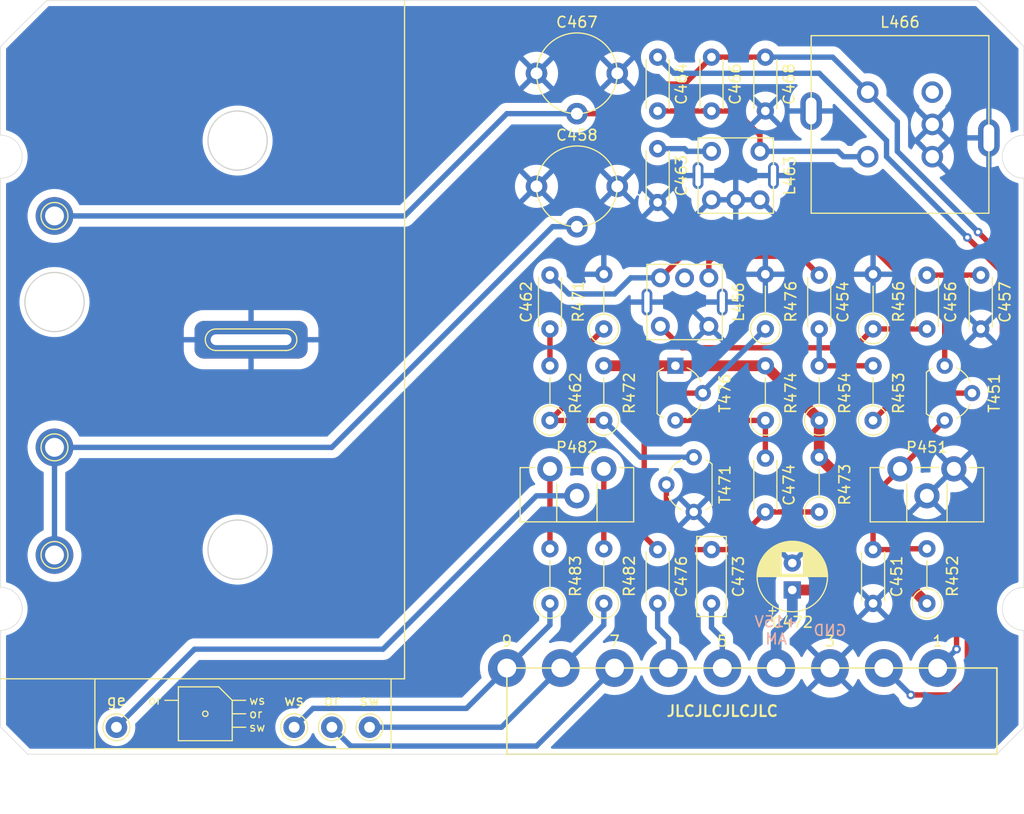
<source format=kicad_pcb>
(kicad_pcb (version 20221018) (generator pcbnew)
  (layers (0 "F.Cu" signal) (31 "B.Cu" signal) (34 "B.Paste" user) (35 "F.Paste" user) (36 "B.SilkS" user "B.Silkscreen") (37 "F.SilkS" user "F.Silkscreen") (38 "B.Mask" user) (39 "F.Mask" user) (44 "Edge.Cuts" user))
  (net 0 "")
  (net 1 "P7")
  (net 2 "P8")
  (net 3 "P9")
  (net 4 "Net-(P482-Pad1)")
  (net 5 "Net-(P482-Pad3)")
  (net 6 "Net-(J4-Pin_1)")
  (net 7 "Net-(T471-C)")
  (net 8 "GND")
  (net 9 "Net-(T476-B)")
  (net 10 "Net-(T476-E)")
  (net 11 "Net-(T471-B)")
  (net 12 "Net-(C462-Pad1)")
  (net 13 "Net-(T451-B)")
  (net 14 "Net-(C454-Pad2)")
  (net 15 "Net-(T451-C)")
  (net 16 "Net-(T451-E)")
  (net 17 "Net-(C454-Pad1)")
  (net 18 "Net-(C456-Pad1)")
  (net 19 "Net-(C456-Pad2)")
  (net 20 "Net-(C463-Pad2)")
  (net 21 "Net-(C464-Pad1)")
  (net 22 "Net-(J6-Pin_1)")
  (net 23 "+15V-AM")
  (net 24 "P1")
  (net 25 "P5")
  (net 26 "P6")
  (net 27 "P2")
  (footprint "Library:Connector_01x09_5mm" (layer "F.Cu") (at 112.75 87)
    (fp_text reference "J1" hide)
    (fp_text value "Conn_01x09")
    (fp_text user "1" (at 0 -2.5) (layer "F.SilkS"))
    (fp_text user "7" (at -30 -2.5) (layer "F.SilkS"))
    (pad "1" thru_hole circle (at 0 0 180) (size 3.5 3.5) (drill 1.75) (layers "B.Cu" "B.Mask") (net 24 "P1"))
    (pad "2" thru_hole circle (at -5 0 180) (size 3.5 3.5) (drill 1.75) (layers "B.Cu" "B.Mask") (net 27 "P2"))
    (pad "3" thru_hole circle (at -10 0 180) (size 3.5 3.5) (drill 1.75) (layers "B.Cu" "B.Mask") (net 8 "GND"))
    (pad "4" thru_hole circle (at -15 0 180) (size 3.5 3.5) (drill 1.75) (layers "B.Cu" "B.Mask") (net 23 "+15V-AM"))
    (pad "5" thru_hole circle (at -20 0 180) (size 3.5 3.5) (drill 1.75) (layers "B.Cu" "B.Mask") (net 25 "P5"))
    (pad "6" thru_hole circle (at -25 0 180) (size 3.5 3.5) (drill 1.75) (layers "B.Cu" "B.Mask") (net 26 "P6"))
    (pad "7" thru_hole circle (at -30 0 180) (size 3.5 3.5) (drill 1.75) (layers "B.Cu" "B.Mask") (net 1 "P7"))
    (pad "8" thru_hole circle (at -35 0 180) (size 3.5 3.5) (drill 1.75) (layers "B.Cu" "B.Mask") (net 2 "P8"))
    (pad "9" thru_hole circle (at -40 0 180) (size 3.5 3.5) (drill 1.75) (layers "B.Cu" "B.Mask") (net 3 "P9"))
  )
  (footprint "Package_TO_SOT_THT:TO-92L_Wide" (layer "F.Cu") (at 90.1 72.5 90)
    (fp_text reference "T471" (at 2.55 2.9 90) (layer "F.SilkS"))
    (fp_text value "BF450")
    (pad "1" thru_hole circle (at 0 0 90) (size 1.5 1.5) (drill 0.8) (layers "*.Cu" "*.Mask") (net 8 "GND"))
    (pad "2" thru_hole circle (at 2.54 -2.54 90) (size 1.5 1.5) (drill 0.8) (layers "*.Cu" "*.Mask") (net 7 "Net-(T471-C)"))
    (pad "3" thru_hole circle (at 5.08 0 90) (size 1.5 1.5) (drill 0.8) (layers "*.Cu" "*.Mask") (net 11 "Net-(T471-B)"))
  )
  (footprint "Capacitor_THT:CP_Radial_D6.3mm_P2.50mm" (layer "F.Cu") (at 99.25 79.75 90)
    (fp_text reference "C472" (at -3 0 180) (layer "F.SilkS"))
    (fp_text value "100µ")
    (pad "1" thru_hole rect (at 0 0 90) (size 1.6 1.6) (drill 0.8) (layers "*.Cu" "*.Mask") (net 23 "+15V-AM"))
    (pad "2" thru_hole circle (at 2.5 0 90) (size 1.6 1.6) (drill 0.8) (layers "*.Cu" "*.Mask") (net 8 "GND"))
  )
  (footprint "Connector_Pin:Pin_D1.0mm_L10.0mm" (layer "F.Cu") (at 56.5 92.5)
    (fp_text reference "J5" hide)
    (fp_text value "Conn_01x01")
    (pad "1" thru_hole circle (at 0 0) (size 2 2) (drill 1) (layers "*.Cu" "*.Mask") (net 1 "P7"))
  )
  (footprint "Capacitor_THT:C_Disc_D4.3mm_W1.9mm_P5.00mm" (layer "F.Cu") (at 116.75 55.5 90)
    (fp_text reference "C457" (at 2.5 2.25 90) (layer "F.SilkS"))
    (fp_text value "??")
    (pad "1" thru_hole circle (at 0 0 90) (size 1.6 1.6) (drill 0.8) (layers "*.Cu" "*.Mask") (net 8 "GND"))
    (pad "2" thru_hole circle (at 5 0 90) (size 1.6 1.6) (drill 0.8) (layers "*.Cu" "*.Mask") (net 18 "Net-(C456-Pad1)"))
  )
  (footprint "Resistor_THT:R_Axial_DIN0207_L6.3mm_D2.5mm_P5.08mm_Vertical" (layer "F.Cu") (at 106.75 64 90)
    (fp_text reference "R453" (at 2.54 2.37 90) (layer "F.SilkS"))
    (fp_text value "??")
    (pad "1" thru_hole circle (at 0 0 90) (size 1.6 1.6) (drill 0.8) (layers "*.Cu" "*.Mask") (net 16 "Net-(T451-E)"))
    (pad "2" thru_hole oval (at 5.08 0 90) (size 1.6 1.6) (drill 0.8) (layers "*.Cu" "*.Mask") (net 14 "Net-(C454-Pad2)"))
  )
  (footprint "Capacitor_THT:C_Disc_D4.3mm_W1.9mm_P5.00mm" (layer "F.Cu") (at 86.75 35.25 90)
    (fp_text reference "C464" (at 2.5 2.2 90) (layer "F.SilkS"))
    (fp_text value "??")
    (pad "1" thru_hole circle (at 0 0 90) (size 1.6 1.6) (drill 0.8) (layers "*.Cu" "*.Mask") (net 21 "Net-(C464-Pad1)"))
    (pad "2" thru_hole circle (at 5 0 90) (size 1.6 1.6) (drill 0.8) (layers "*.Cu" "*.Mask") (net 24 "P1"))
  )
  (footprint "Package_TO_SOT_THT:TO-92L_Wide" (layer "F.Cu") (at 113.4 58.92 -90)
    (fp_text reference "T451" (at 2.55 -4.6 90) (layer "F.SilkS"))
    (fp_text value "BF540")
    (pad "1" thru_hole circle (at 0 0 270) (size 1.5 1.5) (drill 0.8) (layers "*.Cu" "*.Mask") (net 15 "Net-(T451-C)"))
    (pad "2" thru_hole circle (at 2.54 -2.54 270) (size 1.5 1.5) (drill 0.8) (layers "*.Cu" "*.Mask") (net 16 "Net-(T451-E)"))
    (pad "3" thru_hole circle (at 5.08 0 270) (size 1.5 1.5) (drill 0.8) (layers "*.Cu" "*.Mask") (net 13 "Net-(T451-B)"))
  )
  (footprint "Capacitor_THT:C_Disc_D4.3mm_W1.9mm_P5.00mm" (layer "F.Cu") (at 86.75 81 90)
    (fp_text reference "C476" (at 2.5 2.2 90) (layer "F.SilkS"))
    (fp_text value "??")
    (pad "1" thru_hole circle (at 0 0 90) (size 1.6 1.6) (drill 0.8) (layers "*.Cu" "*.Mask") (net 26 "P6"))
    (pad "2" thru_hole circle (at 5 0 90) (size 1.6 1.6) (drill 0.8) (layers "*.Cu" "*.Mask") (net 10 "Net-(T476-E)"))
  )
  (footprint "Resistor_THT:R_Axial_DIN0207_L6.3mm_D2.5mm_P5.08mm_Vertical" (layer "F.Cu") (at 101.75 72.5 90)
    (fp_text reference "R473" (at 2.54 2.37 90) (layer "F.SilkS"))
    (fp_text value "??")
    (pad "1" thru_hole circle (at 0 0 90) (size 1.6 1.6) (drill 0.8) (layers "*.Cu" "*.Mask") (net 7 "Net-(T471-C)"))
    (pad "2" thru_hole oval (at 5.08 0 90) (size 1.6 1.6) (drill 0.8) (layers "*.Cu" "*.Mask") (net 23 "+15V-AM"))
  )
  (footprint "Potentiometer_THT:Potentiometer_Piher_PT-10-H01_Horizontal" (layer "F.Cu") (at 114.25 68.5 -90)
    (fp_text reference "P451" (at -2 2.5 -180) (layer "F.SilkS"))
    (fp_text value "??")
    (pad "1" thru_hole circle (at 0 0 270) (size 2.34 2.34) (drill 1.3) (layers "*.Cu" "*.Mask") (net 8 "GND"))
    (pad "2" thru_hole circle (at 2.5 2.5 270) (size 2.34 2.34) (drill 1.3) (layers "*.Cu" "*.Mask") (net 8 "GND"))
    (pad "3" thru_hole circle (at 0 5 270) (size 2.34 2.34) (drill 1.3) (layers "*.Cu" "*.Mask") (net 13 "Net-(T451-B)"))
  )
  (footprint "Resistor_THT:R_Axial_DIN0207_L6.3mm_D2.5mm_P5.08mm_Vertical" (layer "F.Cu") (at 111.75 81 90)
    (fp_text reference "R452" (at 2.54 2.37 90) (layer "F.SilkS"))
    (fp_text value "??")
    (pad "1" thru_hole circle (at 0 0 90) (size 1.6 1.6) (drill 0.8) (layers "*.Cu" "*.Mask") (net 23 "+15V-AM"))
    (pad "2" thru_hole oval (at 5.08 0 90) (size 1.6 1.6) (drill 0.8) (layers "*.Cu" "*.Mask") (net 13 "Net-(T451-B)"))
  )
  (footprint "Capacitor_THT:C_Disc_D4.3mm_W1.9mm_P5.00mm" (layer "F.Cu") (at 96.75 67.5 -90)
    (fp_text reference "C474" (at 2.5 -2.2 90) (layer "F.SilkS"))
    (fp_text value "??")
    (pad "1" thru_hole circle (at 0 0 270) (size 1.6 1.6) (drill 0.8) (layers "*.Cu" "*.Mask") (net 9 "Net-(T476-B)"))
    (pad "2" thru_hole circle (at 5 0 270) (size 1.6 1.6) (drill 0.8) (layers "*.Cu" "*.Mask") (net 7 "Net-(T471-C)"))
  )
  (footprint "Resistor_THT:R_Axial_DIN0207_L6.3mm_D2.5mm_P5.08mm_Vertical" (layer "F.Cu") (at 106.75 55.5 90)
    (fp_text reference "R456" (at 2.54 2.37 90) (layer "F.SilkS"))
    (fp_text value "??")
    (pad "1" thru_hole circle (at 0 0 90) (size 1.6 1.6) (drill 0.8) (layers "*.Cu" "*.Mask") (net 19 "Net-(C456-Pad2)"))
    (pad "2" thru_hole oval (at 5.08 0 90) (size 1.6 1.6) (drill 0.8) (layers "*.Cu" "*.Mask") (net 8 "GND"))
  )
  (footprint "Connector_Pin:Pin_D1.0mm_L10.0mm" (layer "F.Cu") (at 60 92.5 90)
    (fp_text reference "J2" hide)
    (fp_text value "Conn_01x01")
    (pad "1" thru_hole circle (at 0 0 90) (size 2 2) (drill 1) (layers "*.Cu" "*.Mask") (net 2 "P8"))
  )
  (footprint "Potentiometer_THT:Potentiometer_Piher_PT-10-H01_Horizontal" (layer "F.Cu") (at 81.75 68.5 -90)
    (fp_text reference "P482" (at -2 2.5 -180) (layer "F.SilkS"))
    (fp_text value "??")
    (pad "1" thru_hole circle (at 0 0 270) (size 2.34 2.34) (drill 1.3) (layers "*.Cu" "*.Mask") (net 4 "Net-(P482-Pad1)"))
    (pad "2" thru_hole circle (at 2.5 2.5 270) (size 2.34 2.34) (drill 1.3) (layers "*.Cu" "*.Mask") (net 6 "Net-(J4-Pin_1)"))
    (pad "3" thru_hole circle (at 0 5 270) (size 2.34 2.34) (drill 1.3) (layers "*.Cu" "*.Mask") (net 5 "Net-(P482-Pad3)"))
  )
  (footprint "Resistor_THT:R_Axial_DIN0207_L6.3mm_D2.5mm_P5.08mm_Vertical" (layer "F.Cu") (at 76.75 81 90)
    (fp_text reference "R483" (at 2.54 2.37 90) (layer "F.SilkS"))
    (fp_text value "??")
    (pad "1" thru_hole circle (at 0 0 90) (size 1.6 1.6) (drill 0.8) (layers "*.Cu" "*.Mask") (net 3 "P9"))
    (pad "2" thru_hole oval (at 5.08 0 90) (size 1.6 1.6) (drill 0.8) (layers "*.Cu" "*.Mask") (net 5 "Net-(P482-Pad3)"))
  )
  (footprint "Connector_Pin:Pin_D1.0mm_L10.0mm" (layer "F.Cu") (at 30.75 76.5)
    (fp_text reference "J7" hide)
    (fp_text value "Conn_01x01")
    (pad "1" thru_hole circle (at 0 0) (size 3.5 3.5) (drill 1.75) (layers "*.Cu" "B.Mask") (net 22 "Net-(J6-Pin_1)"))
  )
  (footprint "Library:C_Trimmable_7.5mm" (layer "F.Cu") (at 79.25 31.75 90)
    (fp_text reference "C467" (at 4.75 0 unlocked) (layer "F.SilkS"))
    (fp_text value "C_Trim")
    (pad "1" thru_hole circle (at -3.75 0 90) (size 2 2) (drill 1.1) (layers "*.Cu" "B.Mask") (net 27 "P2"))
    (pad "2" thru_hole circle (at 0 -3.75 90) (size 2 2) (drill 1.1) (layers "*.Cu" "B.Mask") (net 8 "GND"))
    (pad "2" thru_hole circle (at 0 3.75 90) (size 2 2) (drill 1.1) (layers "*.Cu" "B.Mask") (net 8 "GND"))
  )
  (footprint "Library:L_Tunable_7mm" (layer "F.Cu") (at 89.25 53 90)
    (fp_text reference "L456" (at 0 5 90 unlocked) (layer "F.SilkS"))
    (fp_text value "L_Trimmable_Type3")
    (pad "1" thru_hole circle (at 2.25 2.25 180) (size 1.75 1.75) (drill 1) (layers "*.Cu" "B.Mask") (net 17 "Net-(C454-Pad1)"))
    (pad "2" thru_hole circle (at 2.25 0 180) (size 1.75 1.75) (drill 1) (layers "*.Cu" "B.Mask"))
    (pad "3" thru_hole circle (at 2.25 -2.25 180) (size 1.75 1.75) (drill 1) (layers "*.Cu" "B.Mask") (net 15 "Net-(T451-C)"))
    (pad "4" thru_hole circle (at -2.25 -2.25 180) (size 1.75 1.75) (drill 1) (layers "*.Cu" "B.Mask") (net 19 "Net-(C456-Pad2)"))
    (pad "5" thru_hole circle (at -2.25 2.25 180) (size 1.75 1.75) (drill 1) (layers "*.Cu" "B.Mask") (net 8 "GND"))
    (pad "6" thru_hole oval (at 0 -3.5 180) (size 1 2.5) (drill oval 0.5 2) (layers "*.Cu" "B.Mask") (net 8 "GND"))
    (pad "6" thru_hole oval (at 0 3.5 180) (size 1 2.5) (drill oval 0.5 2) (layers "*.Cu" "B.Mask") (net 8 "GND"))
  )
  (footprint "Package_TO_SOT_THT:TO-92L_Wide" (layer "F.Cu") (at 88.4 58.92 -90)
    (fp_text reference "T476" (at 2.55 -4.6 90) (layer "F.SilkS"))
    (fp_text value "BF240")
    (pad "1" thru_hole rect (at 0 0 270) (size 1.5 1.5) (drill 0.8) (layers "*.Cu" "*.Mask") (net 23 "+15V-AM"))
    (pad "2" thru_hole circle (at 2.54 -2.54 270) (size 1.5 1.5) (drill 0.8) (layers "*.Cu" "*.Mask") (net 10 "Net-(T476-E)"))
    (pad "3" thru_hole circle (at 5.08 0 270) (size 1.5 1.5) (drill 0.8) (layers "*.Cu" "*.Mask") (net 9 "Net-(T476-B)"))
  )
  (footprint "Connector_Pin:Pin_D1.0mm_L10.0mm" (layer "F.Cu") (at 36.5 92.5 90)
    (fp_text reference "J4" hide)
    (fp_text value "Conn_01x01")
    (pad "1" thru_hole circle (at 0 0 90) (size 2 2) (drill 1) (layers "*.Cu" "*.Mask") (net 6 "Net-(J4-Pin_1)"))
  )
  (footprint "Connector_Pin:Pin_D1.0mm_L10.0mm" (layer "F.Cu") (at 30.75 45)
    (fp_text reference "J8" hide)
    (fp_text value "Conn_01x01")
    (pad "1" thru_hole circle (at 0 0) (size 3.5 3.5) (drill 1.75) (layers "*.Cu" "B.Mask") (net 27 "P2"))
  )
  (footprint "Resistor_THT:R_Axial_DIN0207_L6.3mm_D2.5mm_P5.08mm_Vertical" (layer "F.Cu") (at 96.75 64 90)
    (fp_text reference "R474" (at 2.54 2.37 90) (layer "F.SilkS"))
    (fp_text value "??")
    (pad "1" thru_hole circle (at 0 0 90) (size 1.6 1.6) (drill 0.8) (layers "*.Cu" "*.Mask") (net 9 "Net-(T476-B)"))
    (pad "2" thru_hole oval (at 5.08 0 90) (size 1.6 1.6) (drill 0.8) (layers "*.Cu" "*.Mask") (net 23 "+15V-AM"))
  )
  (footprint "Library:C_Trimmable_7.5mm" (layer "F.Cu") (at 79.25 42.25 90)
    (fp_text reference "C458" (at 4.75 0 unlocked) (layer "F.SilkS"))
    (fp_text value "C_Trim")
    (pad "1" thru_hole circle (at -3.75 0 90) (size 2 2) (drill 1.1) (layers "*.Cu" "B.Mask") (net 22 "Net-(J6-Pin_1)"))
    (pad "2" thru_hole circle (at 0 -3.75 90) (size 2 2) (drill 1.1) (layers "*.Cu" "B.Mask") (net 8 "GND"))
    (pad "2" thru_hole circle (at 0 3.75 90) (size 2 2) (drill 1.1) (layers "*.Cu" "B.Mask") (net 8 "GND"))
  )
  (footprint "Resistor_THT:R_Axial_DIN0207_L6.3mm_D2.5mm_P5.08mm_Vertical" (layer "F.Cu") (at 101.75 64 90)
    (fp_text reference "R454" (at 2.54 2.37 90) (layer "F.SilkS"))
    (fp_text value "??")
    (pad "1" thru_hole circle (at 0 0 90) (size 1.6 1.6) (drill 0.8) (layers "*.Cu" "*.Mask") (net 23 "+15V-AM"))
    (pad "2" thru_hole oval (at 5.08 0 90) (size 1.6 1.6) (drill 0.8) (layers "*.Cu" "*.Mask") (net 14 "Net-(C454-Pad2)"))
  )
  (footprint "Library:L_Tunable_7mm" (layer "F.Cu") (at 94 41.25 -90)
    (fp_text reference "L463" (at 0 -5 90 unlocked) (layer "F.SilkS"))
    (fp_text value "L_Trimmable_Type1")
    (pad "1" thru_hole circle (at 2.25 2.25) (size 1.75 1.75) (drill 1) (layers "*.Cu" "B.Mask") (net 8 "GND"))
    (pad "2" thru_hole circle (at 2.25 0) (size 1.75 1.75) (drill 1) (layers "*.Cu" "B.Mask") (net 8 "GND"))
    (pad "3" thru_hole circle (at 2.25 -2.25) (size 1.75 1.75) (drill 1) (layers "*.Cu" "B.Mask") (net 8 "GND"))
    (pad "4" thru_hole circle (at -2.25 -2.25) (size 1.75 1.75) (drill 1) (layers "*.Cu" "B.Mask") (net 21 "Net-(C464-Pad1)"))
    (pad "5" thru_hole circle (at -2.25 2.25) (size 1.75 1.75) (drill 1) (layers "*.Cu" "B.Mask") (net 20 "Net-(C463-Pad2)"))
    (pad "6" thru_hole oval (at 0 -3.5) (size 1 2.5) (drill oval 0.5 2) (layers "*.Cu" "B.Mask") (net 8 "GND"))
    (pad "6" thru_hole oval (at 0 3.5) (size 1 2.5) (drill oval 0.5 2) (layers "*.Cu" "B.Mask") (net 8 "GND"))
  )
  (footprint "Capacitor_THT:C_Disc_D4.3mm_W1.9mm_P5.00mm" (layer "F.Cu") (at 106.75 81 90)
    (fp_text reference "C451" (at 2.5 2.2 90) (layer "F.SilkS"))
    (fp_text value "??")
    (pad "1" thru_hole circle (at 0 0 90) (size 1.6 1.6) (drill 0.8) (layers "*.Cu" "*.Mask") (net 8 "GND"))
    (pad "2" thru_hole circle (at 5 0 90) (size 1.6 1.6) (drill 0.8) (layers "*.Cu" "*.Mask") (net 13 "Net-(T451-B)"))
  )
  (footprint "Resistor_THT:R_Axial_DIN0207_L6.3mm_D2.5mm_P5.08mm_Vertical" (layer "F.Cu") (at 76.75 64 90)
    (fp_text reference "R462" (at 2.54 2.37 90) (layer "F.SilkS"))
    (fp_text value "??")
    (pad "1" thru_hole circle (at 0 0 90) (size 1.6 1.6) (drill 0.8) (layers "*.Cu" "*.Mask") (net 11 "Net-(T471-B)"))
    (pad "2" thru_hole oval (at 5.08 0 90) (size 1.6 1.6) (drill 0.8) (layers "*.Cu" "*.Mask") (net 12 "Net-(C462-Pad1)"))
  )
  (footprint "Library:Connector_01x01_Rect" (layer "F.Cu") (at 49 56.5)
    (fp_text reference "J9" hide)
    (fp_text value "Conn_01x01" hide)
    (pad "1" thru_hole roundrect (at 0 0) (size 10.5 3.5) (drill oval 7.5 1) (layers "*.Cu" "B.Mask") (net 8 "GND"))
  )
  (footprint "Capacitor_THT:C_Disc_D4.3mm_W1.9mm_P5.00mm" (layer "F.Cu") (at 76.75 55.5 90)
    (fp_text reference "C462" (at 2.5 -2.2 90) (layer "F.SilkS"))
    (fp_text value "??")
    (pad "1" thru_hole circle (at 0 0 90) (size 1.6 1.6) (drill 0.8) (layers "*.Cu" "*.Mask") (net 12 "Net-(C462-Pad1)"))
    (pad "2" thru_hole circle (at 5 0 90) (size 1.6 1.6) (drill 0.8) (layers "*.Cu" "*.Mask") (net 15 "Net-(T451-C)"))
  )
  (footprint "Capacitor_THT:C_Disc_D4.3mm_W1.9mm_P5.00mm" (layer "F.Cu") (at 101.75 50.5 -90)
    (fp_text reference "C454" (at 2.5 -2.2 90) (layer "F.SilkS"))
    (fp_text value "??")
    (pad "1" thru_hole circle (at 0 0 270) (size 1.6 1.6) (drill 0.8) (layers "*.Cu" "*.Mask") (net 17 "Net-(C454-Pad1)"))
    (pad "2" thru_hole circle (at 5 0 270) (size 1.6 1.6) (drill 0.8) (layers "*.Cu" "*.Mask") (net 14 "Net-(C454-Pad2)"))
  )
  (footprint "Capacitor_THT:C_Disc_D4.3mm_W1.9mm_P5.00mm" (layer "F.Cu") (at 96.75 35.25 90)
    (fp_text reference "C468" (at 2.5 2.2 90) (layer "F.SilkS"))
    (fp_text value "??")
    (pad "1" thru_hole circle (at 0 0 90) (size 1.6 1.6) (drill 0.8) (layers "*.Cu" "*.Mask") (net 8 "GND"))
    (pad "2" thru_hole circle (at 5 0 90) (size 1.6 1.6) (drill 0.8) (layers "*.Cu" "*.Mask") (net 27 "P2"))
  )
  (footprint "Library:L_Tunable_16.5mm" (layer "F.Cu") (at 109.25 36.5 -90)
    (fp_text reference "L466" (at -9.5 0 unlocked) (layer "F.SilkS"))
    (fp_text value "L_Trimmable_Type2")
    (pad "1" thru_hole circle (at 3 -3 270) (size 2 2) (drill 1.25) (layers "*.Cu" "B.Mask") (net 8 "GND"))
    (pad "2" thru_hole circle (at 0 -3 270) (size 2 2) (drill 1.25) (layers "*.Cu" "B.Mask") (net 8 "GND"))
    (pad "3" thru_hole circle (at -3 -3 270) (size 2 2) (drill 1.25) (layers "*.Cu" "B.Mask"))
    (pad "4" thru_hole circle (at -3 3 270) (size 2 2) (drill 1.25) (layers "*.Cu" "B.Mask") (net 27 "P2"))
    (pad "5" thru_hole circle (at 3 3 270) (size 2 2) (drill 1.25) (layers "*.Cu" "B.Mask") (net 21 "Net-(C464-Pad1)"))
    (pad "6" thru_hole oval (at -1.25 8.25) (size 2 3.5) (drill oval 1 2.5) (layers "*.Cu" "B.Mask") (net 8 "GND"))
    (pad "6" thru_hole oval (at 1.25 -8.25) (size 2 3.5) (drill oval 1 2.5) (layers "*.Cu" "B.Mask") (net 8 "GND"))
  )
  (footprint "Capacitor_THT:C_Rect_L7.2mm_W2.5mm_P5.00mm_FKS2_FKP2_MKS2_MKP2" (layer "F.Cu") (at 91.75 81 90)
    (fp_text reference "C473" (at 2.5 2.5 90) (layer "F.SilkS"))
    (fp_text value "??")
    (pad "1" thru_hole circle (at 0 0 90) (size 1.6 1.6) (drill 0.8) (layers "*.Cu" "*.Mask") (net 25 "P5"))
    (pad "2" thru_hole circle (at 5 0 90) (size 1.6 1.6) (drill 0.8) (layers "*.Cu" "*.Mask") (net 7 "Net-(T471-C)"))
  )
  (footprint "Resistor_THT:R_Axial_DIN0207_L6.3mm_D2.5mm_P5.08mm_Vertical" (layer "F.Cu") (at 81.75 81 90)
    (fp_text reference "R482" (at 2.54 2.37 90) (layer "F.SilkS"))
    (fp_text value "??")
    (pad "1" thru_hole circle (at 0 0 90) (size 1.6 1.6) (drill 0.8) (layers "*.Cu" "*.Mask") (net 2 "P8"))
    (pad "2" thru_hole oval (at 5.08 0 90) (size 1.6 1.6) (drill 0.8) (layers "*.Cu" "*.Mask") (net 4 "Net-(P482-Pad1)"))
  )
  (footprint "Capacitor_THT:C_Disc_D4.3mm_W1.9mm_P5.00mm" (layer "F.Cu") (at 91.75 30.25 -90)
    (fp_text reference "C466" (at 2.5 -2.2 90) (layer "F.SilkS"))
    (fp_text value "??")
    (pad "1" thru_hole circle (at 0 0 270) (size 1.6 1.6) (drill 0.8) (layers "*.Cu" "*.Mask") (net 27 "P2"))
    (pad "2" thru_hole circle (at 5 0 270) (size 1.6 1.6) (drill 0.8) (layers "*.Cu" "*.Mask") (net 21 "Net-(C464-Pad1)"))
  )
  (footprint "Resistor_THT:R_Axial_DIN0207_L6.3mm_D2.5mm_P5.08mm_Vertical" (layer "F.Cu") (at 81.75 55.5 90)
    (fp_text reference "R471" (at 2.54 -2.37 90) (layer "F.SilkS"))
    (fp_text value "??")
    (pad "1" thru_hole circle (at 0 0 90) (size 1.6 1.6) (drill 0.8) (layers "*.Cu" "*.Mask") (net 11 "Net-(T471-B)"))
    (pad "2" thru_hole oval (at 5.08 0 90) (size 1.6 1.6) (drill 0.8) (layers "*.Cu" "*.Mask") (net 8 "GND"))
  )
  (footprint "Connector_Pin:Pin_D1.0mm_L10.0mm" (layer "F.Cu") (at 30.75 66.5)
    (fp_text reference "J6" hide)
    (fp_text value "Conn_01x01")
    (pad "1" thru_hole circle (at 0 0) (size 3.5 3.5) (drill 1.75) (layers "*.Cu" "B.Mask") (net 22 "Net-(J6-Pin_1)"))
  )
  (footprint "Capacitor_THT:C_Disc_D4.3mm_W1.9mm_P5.00mm" (layer "F.Cu") (at 111.75 50.5 -90)
    (fp_text reference "C456" (at 2.5 -2.2 90) (layer "F.SilkS"))
    (fp_text value "??")
    (pad "1" thru_hole circle (at 0 0 270) (size 1.6 1.6) (drill 0.8) (layers "*.Cu" "*.Mask") (net 18 "Net-(C456-Pad1)"))
    (pad "2" thru_hole circle (at 5 0 270) (size 1.6 1.6) (drill 0.8) (layers "*.Cu" "*.Mask") (net 19 "Net-(C456-Pad2)"))
  )
  (footprint "Connector_Pin:Pin_D1.0mm_L10.0mm" (layer "F.Cu") (at 53 92.5 90)
    (fp_text reference "J3" hide)
    (fp_text value "Conn_01x01")
    (pad "1" thru_hole circle (at 0 0 90) (size 2 2) (drill 1) (layers "*.Cu" "*.Mask") (net 3 "P9"))
  )
  (footprint "Resistor_THT:R_Axial_DIN0207_L6.3mm_D2.5mm_P5.08mm_Vertical" (layer "F.Cu") (at 81.75 64 90)
    (fp_text reference "R472" (at 2.54 2.37 90) (layer "F.SilkS"))
    (fp_text value "??")
    (pad "1" thru_hole circle (at 0 0 90) (size 1.6 1.6) (drill 0.8) (layers "*.Cu" "*.Mask") (net 11 "Net-(T471-B)"))
    (pad "2" thru_hole oval (at 5.08 0 90) (size 1.6 1.6) (drill 0.8) (layers "*.Cu" "*.Mask") (net 23 "+15V-AM"))
  )
  (footprint "Capacitor_THT:C_Disc_D4.3mm_W1.9mm_P5.00mm" (layer "F.Cu") (at 86.75 43.75 90)
    (fp_text reference "C463" (at 2.5 2.2 90) (layer "F.SilkS"))
    (fp_text value "??")
    (pad "1" thru_hole circle (at 0 0 90) (size 1.6 1.6) (drill 0.8) (layers "*.Cu" "*.Mask") (net 8 "GND"))
    (pad "2" thru_hole circle (at 5 0 90) (size 1.6 1.6) (drill 0.8) (layers "*.Cu" "*.Mask") (net 20 "Net-(C463-Pad2)"))
  )
  (footprint "Resistor_THT:R_Axial_DIN0207_L6.3mm_D2.5mm_P5.08mm_Vertical" (layer "F.Cu") (at 96.75 55.5 90)
    (fp_text reference "R476" (at 2.54 2.37 90) (layer "F.SilkS"))
    (fp_text value "??")
    (pad "1" thru_hole circle (at 0 0 90) (size 1.6 1.6) (drill 0.8) (layers "*.Cu" "*.Mask") (net 10 "Net-(T476-E)"))
    (pad "2" thru_hole oval (at 5.08 0 90) (size 1.6 1.6) (drill 0.8) (layers "*.Cu" "*.Mask") (net 8 "GND"))
  )
  (gr_line (start 47.25 90) (end 46 88.75) (stroke (width 0.12)) (layer "F.SilkS"))
  (gr_line (start 47.25 90) (end 48.5 90) (stroke (width 0.12)) (layer "F.SilkS"))
  (gr_line (start 42.25 93.75) (end 42.25 88.75) (stroke (width 0.12)) (layer "F.SilkS"))
  (gr_line (start 63.25 25) (end 63.25 88) (stroke (width 0.12)) (layer "F.SilkS"))
  (gr_line (start 34.5 94.5) (end 34.5 88) (stroke (width 0.12)) (layer "F.SilkS"))
  (gr_line (start 42.25 90) (end 41 90) (stroke (width 0.12)) (layer "F.SilkS"))
  (gr_line (start 47.25 92.5) (end 48.5 92.5) (stroke (width 0.12)) (layer "F.SilkS"))
  (gr_circle (center 44.75 91.25) (end 45 91.25) (stroke (width 0.12)) (fill none) (layer "F.SilkS"))
  (gr_line (start 42.25 93.75) (end 47.25 93.75) (stroke (width 0.12)) (layer "F.SilkS"))
  (gr_line (start 62 94.5) (end 34.5 94.5) (stroke (width 0.12)) (layer "F.SilkS"))
  (gr_line (start 25.75 88) (end 63.25 88) (stroke (width 0.12)) (layer "F.SilkS"))
  (gr_line (start 47.25 93.75) (end 47.25 90) (stroke (width 0.12)) (layer "F.SilkS"))
  (gr_line (start 62 88) (end 62 94.5) (stroke (width 0.12)) (layer "F.SilkS"))
  (gr_line (start 47.25 91.25) (end 48.5 91.25) (stroke (width 0.12)) (layer "F.SilkS"))
  (gr_line (start 42.25 88.75) (end 46 88.75) (stroke (width 0.12)) (layer "F.SilkS"))
  (gr_line (start 25.75 79.5) (end 25.75 41.5) (stroke (width 0.05)) (layer "Edge.Cuts"))
  (gr_line (start 25.75 29.25) (end 30 25) (stroke (width 0.05)) (layer "Edge.Cuts"))
  (gr_line (start 116.5 25) (end 120.75 29.25) (stroke (width 0.05)) (layer "Edge.Cuts"))
  (gr_line (start 118.25 95) (end 120.75 92.5) (stroke (width 0.05)) (layer "Edge.Cuts"))
  (gr_line (start 25.75 92.5) (end 28.25 95) (stroke (width 0.05)) (layer "Edge.Cuts"))
  (gr_arc (start 25.75 79.5) (mid 27.75 81.5) (end 25.75 83.5) (stroke (width 0.05)) (layer "Edge.Cuts"))
  (gr_arc (start 25.75 37.5) (mid 27.75 39.5) (end 25.75 41.5) (stroke (width 0.05)) (layer "Edge.Cuts"))
  (gr_arc (start 120.75 41.5) (mid 118.75 39.5) (end 120.75 37.5) (stroke (width 0.05)) (layer "Edge.Cuts"))
  (gr_circle (center 30.75 53) (end 33.5 53) (stroke (width 0.12)) (fill none) (layer "Edge.Cuts"))
  (gr_line (start 118.25 95) (end 28.25 95) (stroke (width 0.05)) (layer "Edge.Cuts"))
  (gr_line (start 120.75 29.25) (end 120.75 37.5) (stroke (width 0.05)) (layer "Edge.Cuts"))
  (gr_line (start 25.75 29.25) (end 25.75 37.5) (stroke (width 0.05)) (layer "Edge.Cuts"))
  (gr_circle (center 47.75 76) (end 50.5 76) (stroke (width 0.12)) (fill none) (layer "Edge.Cuts"))
  (gr_line (start 25.75 92.5) (end 25.75 83.5) (stroke (width 0.05)) (layer "Edge.Cuts"))
  (gr_line (start 30 25) (end 116.5 25) (stroke (width 0.05)) (layer "Edge.Cuts"))
  (gr_arc (start 120.75 83.5) (mid 118.75 81.5) (end 120.75 79.5) (stroke (width 0.05)) (layer "Edge.Cuts"))
  (gr_circle (center 47.75 38) (end 50.5 38) (stroke (width 0.12)) (fill none) (layer "Edge.Cuts"))
  (gr_line (start 120.75 41.5) (end 120.75 79.5) (stroke (width 0.05)) (layer "Edge.Cuts"))
  (gr_line (start 120.75 92.5) (end 120.75 83.5) (stroke (width 0.05)) (layer "Edge.Cuts"))
  (gr_text "GND" (at 102.75 83.5) (layer "B.SilkS") (effects (font (size 1 1)) (justify mirror)))
  (gr_text "+15V\nAM" (at 97.75 83.5) (layer "B.SilkS") (effects (font (size 1 1)) (justify mirror)))
  (gr_text "5" (at 92.75 84.5) (layer "F.SilkS") (effects (font (size 1 1))))
  (gr_text "9" (at 72.75 84.5) (layer "F.SilkS") (effects (font (size 1 1))))
  (gr_text "ws" (at 48.75 90) (layer "F.SilkS") (effects (font (size 0.8 0.8) (thickness 0.12)) (justify left)))
  (gr_text "ge" (at 36.5 90) (layer "F.SilkS") (effects (font (size 1 1))))
  (gr_text "or" (at 56.5 90) (layer "F.SilkS") (effects (font (size 1 1))))
  (gr_text "3" (at 102.75 84.5) (layer "F.SilkS") (effects (font (size 1 1))))
  (gr_text "or" (at 40.75 90) (layer "F.SilkS") (effects (font (size 0.8 0.8) (thickness 0.12)) (justify right)))
  (gr_text "sw" (at 60 90) (layer "F.SilkS") (effects (font (size 1 1))))
  (gr_text "or" (at 48.75 91.25) (layer "F.SilkS") (effects (font (size 0.8 0.8) (thickness 0.12)) (justify left)))
  (gr_text "sw" (at 48.75 92.5) (layer "F.SilkS") (effects (font (size 0.8 0.8) (thickness 0.12)) (justify left)))
  (gr_text "ws" (at 53 90) (layer "F.SilkS") (effects (font (size 1 1))))
  (gr_text "JLCJLCJLCJLC" (at 92.75 91) (layer "F.SilkS") (effects (font (size 1 1) (thickness 0.2))))
  (segment (start 82.75 87) (end 75.5 94.25) (width 0.5) (layer "B.Cu") (net 1))
  (segment (start 58.25 94.25) (end 56.5 92.5) (width 0.5) (layer "B.Cu") (net 1))
  (segment (start 75.5 94.25) (end 58.25 94.25) (width 0.5) (layer "B.Cu") (net 1))
  (segment (start 77.75 87) (end 81.75 83) (width 0.5) (layer "B.Cu") (net 2))
  (segment (start 72.25 92.5) (end 60 92.5) (width 0.5) (layer "B.Cu") (net 2))
  (segment (start 81.75 83) (end 81.75 81) (width 0.5) (layer "B.Cu") (net 2))
  (segment (start 77.75 87) (end 72.25 92.5) (width 0.5) (layer "B.Cu") (net 2))
  (segment (start 54.75 90.75) (end 53 92.5) (width 0.5) (layer "B.Cu") (net 3))
  (segment (start 72.75 87) (end 69 90.75) (width 0.5) (layer "B.Cu") (net 3))
  (segment (start 76.75 83) (end 76.75 81) (width 0.5) (layer "B.Cu") (net 3))
  (segment (start 69 90.75) (end 54.75 90.75) (width 0.5) (layer "B.Cu") (net 3))
  (segment (start 72.75 87) (end 76.75 83) (width 0.5) (layer "B.Cu") (net 3))
  (segment (start 81.75 68.5) (end 81.75 75.92) (width 0.5) (layer "F.Cu") (net 4))
  (segment (start 76.75 68.5) (end 76.75 75.92) (width 0.5) (layer "F.Cu") (net 5))
  (segment (start 61.25 85.25) (end 75.5 71) (width 0.5) (layer "B.Cu") (net 6))
  (segment (start 43.75 85.25) (end 61.25 85.25) (width 0.5) (layer "B.Cu") (net 6))
  (segment (start 36.5 92.5) (end 43.75 85.25) (width 0.5) (layer "B.Cu") (net 6))
  (segment (start 75.5 71) (end 79.25 71) (width 0.5) (layer "B.Cu") (net 6))
  (segment (start 89.25 76) (end 91.75 76) (width 0.5) (layer "F.Cu") (net 7))
  (segment (start 93.25 76) (end 96.75 72.5) (width 0.5) (layer "F.Cu") (net 7))
  (segment (start 87.56 74.31) (end 89.25 76) (width 0.5) (layer "F.Cu") (net 7))
  (segment (start 96.75 72.5) (end 101.75 72.5) (width 0.5) (layer "F.Cu") (net 7))
  (segment (start 91.75 76) (end 93.25 76) (width 0.5) (layer "F.Cu") (net 7))
  (segment (start 87.56 69.96) (end 87.56 74.31) (width 0.5) (layer "F.Cu") (net 7))
  (segment (start 94 43.5) (end 96.25 43.5) (width 0.5) (layer "B.Cu") (net 8))
  (segment (start 94 43.5) (end 94 46) (width 0.5) (layer "B.Cu") (net 8))
  (segment (start 94 43.5) (end 94 41) (width 0.5) (layer "B.Cu") (net 8))
  (segment (start 94 43.5) (end 91.75 43.5) (width 0.5) (layer "B.Cu") (net 8))
  (segment (start 96.75 64) (end 96.75 67.5) (width 0.5) (layer "F.Cu") (net 9))
  (segment (start 88.4 64) (end 96.75 64) (width 0.5) (layer "F.Cu") (net 9))
  (segment (start 87.54 61.46) (end 90.94 61.46) (width 0.5) (layer "F.Cu") (net 10))
  (segment (start 85.5 74.75) (end 85.5 63.5) (width 0.5) (layer "F.Cu") (net 10))
  (segment (start 85.5 63.5) (end 87.54 61.46) (width 0.5) (layer "F.Cu") (net 10))
  (segment (start 86.75 76) (end 85.5 74.75) (width 0.5) (layer "F.Cu") (net 10))
  (segment (start 90.94 61.31) (end 90.94 61.46) (width 0.5) (layer "B.Cu") (net 10))
  (segment (start 96.75 55.5) (end 90.94 61.31) (width 0.5) (layer "B.Cu") (net 10))
  (segment (start 79.25 61.5) (end 76.75 64) (width 0.5) (layer "F.Cu") (net 11))
  (segment (start 79.25 58) (end 79.25 61.5) (width 0.5) (layer "F.Cu") (net 11))
  (segment (start 81.75 55.5) (end 79.25 58) (width 0.5) (layer "F.Cu") (net 11))
  (segment (start 81.75 64) (end 76.75 64) (width 0.5) (layer "F.Cu") (net 11))
  (segment (start 90.1 67.42) (end 85.17 67.42) (width 0.5) (layer "B.Cu") (net 11))
  (segment (start 85.17 67.42) (end 81.75 64) (width 0.5) (layer "B.Cu") (net 11))
  (segment (start 81.735 64) (end 81.75 64.015) (width 0.5) (layer "B.Cu") (net 11))
  (segment (start 76.765 64.015) (end 76.75 64) (width 0.5) (layer "B.Cu") (net 11))
  (segment (start 76.75 58.92) (end 76.75 55.5) (width 0.5) (layer "F.Cu") (net 12))
  (segment (start 109.17 76) (end 109.25 75.92) (width 0.5) (layer "F.Cu") (net 13))
  (segment (start 112 65.75) (end 112 65.4) (width 0.5) (layer "F.Cu") (net 13))
  (segment (start 111.75 75.92) (end 109.25 75.92) (width 0.5) (layer "F.Cu") (net 13))
  (segment (start 106.75 71) (end 109.25 68.5) (width 0.5) (layer "F.Cu") (net 13))
  (segment (start 106.75 76) (end 109.17 76) (width 0.5) (layer "F.Cu") (net 13))
  (segment (start 112 65.4) (end 113.4 64) (width 0.5) (layer "F.Cu") (net 13))
  (segment (start 106.75 76) (end 106.75 71) (width 0.5) (layer "F.Cu") (net 13))
  (segment (start 109.25 68.5) (end 112 65.75) (width 0.5) (layer "F.Cu") (net 13))
  (segment (start 106.83 75.92) (end 106.75 76) (width 0.5) (layer "B.Cu") (net 13))
  (segment (start 101.75 58.92) (end 106.75 58.92) (width 0.5) (layer "F.Cu") (net 14))
  (segment (start 101.75 55.5) (end 101.75 58.92) (width 0.5) (layer "B.Cu") (net 14))
  (segment (start 106.5 47.75) (end 113.4 54.65) (width 0.5) (layer "F.Cu") (net 15))
  (segment (start 113.4 54.65) (end 113.4 58.92) (width 0.5) (layer "F.Cu") (net 15))
  (segment (start 90 47.75) (end 106.5 47.75) (width 0.5) (layer "F.Cu") (net 15))
  (segment (start 87 50.75) (end 90 47.75) (width 0.5) (layer "F.Cu") (net 15))
  (segment (start 78.5 52.25) (end 82.75 52.25) (width 0.5) (layer "B.Cu") (net 15))
  (segment (start 76.75 50.5) (end 78.5 52.25) (width 0.5) (layer "B.Cu") (net 15))
  (segment (start 87 50.75) (end 84.25 50.75) (width 0.5) (layer "B.Cu") (net 15))
  (segment (start 84.25 50.75) (end 82.75 52.25) (width 0.5) (layer "B.Cu") (net 15))
  (segment (start 109.29 61.46) (end 106.75 64) (width 0.5) (layer "F.Cu") (net 16))
  (segment (start 115.94 61.46) (end 109.29 61.46) (width 0.5) (layer "F.Cu") (net 16))
  (segment (start 101.75 50.5) (end 100 48.75) (width 0.5) (layer "F.Cu") (net 17))
  (segment (start 92 48.75) (end 91.5 49.25) (width 0.5) (layer "F.Cu") (net 17))
  (segment (start 91.5 49.25) (end 91.5 50.75) (width 0.5) (layer "F.Cu") (net 17))
  (segment (start 100 48.75) (end 92 48.75) (width 0.5) (layer "F.Cu") (net 17))
  (segment (start 111.75 50.5) (end 116.75 50.5) (width 0.5) (layer "F.Cu") (net 18))
  (segment (start 105 57.25) (end 89 57.25) (width 0.5) (layer "F.Cu") (net 19))
  (segment (start 106.75 55.5) (end 105 57.25) (width 0.5) (layer "F.Cu") (net 19))
  (segment (start 89 57.25) (end 87 55.25) (width 0.5) (layer "F.Cu") (net 19))
  (segment (start 106.75 55.5) (end 111.75 55.5) (width 0.5) (layer "F.Cu") (net 19))
  (segment (start 89.25 38.75) (end 86.75 38.75) (width 0.5) (layer "B.Cu") (net 20))
  (segment (start 91.75 39) (end 89.5 39) (width 0.5) (layer "B.Cu") (net 20))
  (segment (start 89.5 39) (end 89.25 38.75) (width 0.5) (layer "B.Cu") (net 20))
  (segment (start 96.25 39) (end 96.25 37.5) (width 0.5) (layer "F.Cu") (net 21))
  (segment (start 91.75 35.25) (end 86.75 35.25) (width 0.5) (layer "F.Cu") (net 21))
  (segment (start 96.25 37.5) (end 94 35.25) (width 0.5) (layer "F.Cu") (net 21))
  (segment (start 94 35.25) (end 91.75 35.25) (width 0.5) (layer "F.Cu") (net 21))
  (segment (start 96.25 39) (end 103.5 39) (width 0.5) (layer "B.Cu") (net 21))
  (segment (start 103.5 39) (end 104 39.5) (width 0.5) (layer "B.Cu") (net 21))
  (segment (start 104 39.5) (end 106.25 39.5) (width 0.5) (layer "B.Cu") (net 21))
  (segment (start 30.75 66.5) (end 56.5 66.5) (width 0.5) (layer "B.Cu") (net 22))
  (segment (start 56.5 66.5) (end 77 46) (width 0.5) (layer "B.Cu") (net 22))
  (segment (start 77 46) (end 79.25 46) (width 0.5) (layer "B.Cu") (net 22))
  (segment (start 30.75 66.5) (end 30.75 76.5) (width 0.5) (layer "B.Cu") (net 22))
  (segment (start 101.75 63.92) (end 96.75 58.92) (width 1) (layer "F.Cu") (net 23))
  (segment (start 101.75 67.42) (end 104 69.67) (width 1) (layer "F.Cu") (net 23))
  (segment (start 104 69.67) (end 104 78.5) (width 1) (layer "F.Cu") (net 23))
  (segment (start 101.75 67.42) (end 101.75 64) (width 1) (layer "F.Cu") (net 23))
  (segment (start 88.4 58.92) (end 81.765 58.92) (width 1) (layer "F.Cu") (net 23))
  (segment (start 81.765 58.92) (end 81.75 58.935) (width 1) (layer "F.Cu") (net 23))
  (segment (start 104 78.5) (end 102.75 79.75) (width 1) (layer "F.Cu") (net 23))
  (segment (start 102.75 79.75) (end 99.25 79.75) (width 1) (layer "F.Cu") (net 23))
  (segment (start 109.25 78.5) (end 111.75 81) (width 1) (layer "F.Cu") (net 23))
  (segment (start 104 78.5) (end 109.25 78.5) (width 1) (layer "F.Cu") (net 23))
  (segment (start 101.75 64) (end 101.75 63.92) (width 1) (layer "F.Cu") (net 23))
  (segment (start 96.75 58.92) (end 88.4 58.92) (width 1) (layer "F.Cu") (net 23))
  (segment (start 97.75 83.75) (end 99.25 82.25) (width 1) (layer "B.Cu") (net 23))
  (segment (start 97.75 87) (end 97.75 83.75) (width 1) (layer "B.Cu") (net 23))
  (segment (start 99.25 82.25) (end 99.25 79.75) (width 1) (layer "B.Cu") (net 23))
  (segment (start 118.75 77.75) (end 114.5 82) (width 0.5) (layer "F.Cu") (net 24))
  (segment (start 118.75 50.25) (end 115.5 47) (width 0.5) (layer "F.Cu") (net 24))
  (segment (start 118.75 50.25) (end 118.75 77.75) (width 0.5) (layer "F.Cu") (net 24))
  (segment (start 114.5 82) (end 114.5 85.25) (width 0.5) (layer "F.Cu") (net 24))
  (via (at 114.5 85.25) (size 0.8) (drill 0.4) (layers "F.Cu" "B.Cu") (net 24))
  (via (at 115.5 47) (size 0.8) (drill 0.4) (layers "F.Cu" "B.Cu") (net 24))
  (segment (start 108 39.5) (end 108 38) (width 0.5) (layer "B.Cu") (net 24))
  (segment (start 108 38) (end 101.75 31.75) (width 0.5) (layer "B.Cu") (net 24))
  (segment (start 101.75 31.75) (end 88.25 31.75) (width 0.5) (layer "B.Cu") (net 24))
  (segment (start 115.5 47) (end 108 39.5) (width 0.5) (layer "B.Cu") (net 24))
  (segment (start 88.25 31.75) (end 86.75 30.25) (width 0.5) (layer "B.Cu") (net 24))
  (segment (start 112.75 87) (end 114.5 85.25) (width 0.5) (layer "B.Cu") (net 24))
  (segment (start 92.75 84.25) (end 91.75 83.25) (width 0.5) (layer "B.Cu") (net 25))
  (segment (start 91.75 83.25) (end 91.75 81) (width 0.5) (layer "B.Cu") (net 25))
  (segment (start 92.75 87) (end 92.75 84.25) (width 0.5) (layer "B.Cu") (net 25))
  (segment (start 86.75 83.25) (end 86.75 81) (width 0.5) (layer "B.Cu") (net 26))
  (segment (start 87.75 84.25) (end 86.75 83.25) (width 0.5) (layer "B.Cu") (net 26))
  (segment (start 87.75 87) (end 87.75 84.25) (width 0.5) (layer "B.Cu") (net 26))
  (segment (start 91.75 30.25) (end 89.25 32.75) (width 0.5) (layer "F.Cu") (net 27))
  (segment (start 91.75 30.25) (end 96.75 30.25) (width 0.5) (layer "F.Cu") (net 27))
  (segment (start 115.5 82.5) (end 115.5 88) (width 0.5) (layer "F.Cu") (net 27))
  (segment (start 83.25 35.5) (end 79.25 35.5) (width 0.5) (layer "F.Cu") (net 27))
  (segment (start 86 32.75) (end 83.25 35.5) (width 0.5) (layer "F.Cu") (net 27))
  (segment (start 119.75 78.25) (end 115.5 82.5) (width 0.5) (layer "F.Cu") (net 27))
  (segment (start 114 89.5) (end 110.25 89.5) (width 0.5) (layer "F.Cu") (net 27))
  (segment (start 119.75 49.75) (end 116.5 46.5) (width 0.5) (layer "F.Cu") (net 27))
  (segment (start 119.75 49.75) (end 119.75 78.25) (width 0.5) (layer "F.Cu") (net 27))
  (segment (start 89.25 32.75) (end 86 32.75) (width 0.5) (layer "F.Cu") (net 27))
  (segment (start 115.5 88) (end 114 89.5) (width 0.5) (layer "F.Cu") (net 27))
  (via (at 110.25 89.5) (size 0.8) (drill 0.4) (layers "F.Cu" "B.Cu") (net 27))
  (via (at 116.5 46.5) (size 0.8) (drill 0.4) (layers "F.Cu" "B.Cu") (net 27))
  (segment (start 72.75 35.5) (end 79.25 35.5) (width 0.5) (layer "B.Cu") (net 27))
  (segment (start 63.25 45) (end 72.75 35.5) (width 0.5) (layer "B.Cu") (net 27))
  (segment (start 106.25 33.5) (end 108.875 36.125) (width 0.5) (layer "B.Cu") (net 27))
  (segment (start 109 39) (end 109 36.25) (width 0.5) (layer "B.Cu") (net 27))
  (segment (start 30.75 45) (end 63.25 45) (width 0.5) (layer "B.Cu") (net 27))
  (segment (start 96.75 30.25) (end 103 30.25) (width 0.5) (layer "B.Cu") (net 27))
  (segment (start 116.5 46.5) (end 109 39) (width 0.5) (layer "B.Cu") (net 27))
  (segment (start 109 36.25) (end 108.875 36.125) (width 0.5) (layer "B.Cu") (net 27))
  (segment (start 103 30.25) (end 106.25 33.5) (width 0.5) (layer "B.Cu") (net 27))
  (segment (start 107.75 87) (end 110.25 89.5) (width 0.5) (layer "B.Cu") (net 27))
  (zone (net 8) (net_name "GND") (layer "B.Cu") (connect_pads (clearance 0.75)) (min_thickness 0.25) (fill yes (thermal_gap 1) (thermal_bridge_width 0.5) (smoothing fillet) (island_removal_mode 2) (island_area_min 10))
    (polygon (pts (xy 25.75 25) (xy 120.75 25) (xy 120.75 95) (xy 25.75 95)))
  )
)
</source>
